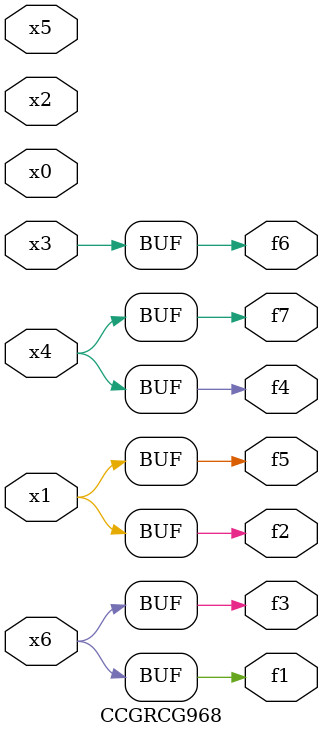
<source format=v>
module CCGRCG968(
	input x0, x1, x2, x3, x4, x5, x6,
	output f1, f2, f3, f4, f5, f6, f7
);
	assign f1 = x6;
	assign f2 = x1;
	assign f3 = x6;
	assign f4 = x4;
	assign f5 = x1;
	assign f6 = x3;
	assign f7 = x4;
endmodule

</source>
